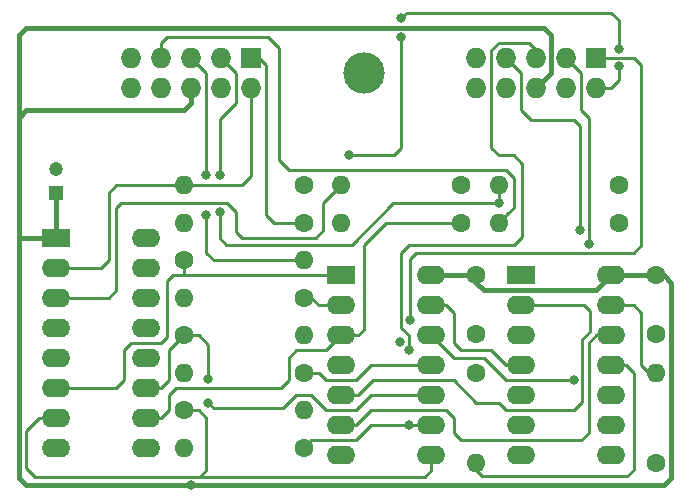
<source format=gtl>
%TF.GenerationSoftware,KiCad,Pcbnew,(5.1.8)-1*%
%TF.CreationDate,2021-02-01T15:37:02+01:00*%
%TF.ProjectId,Apple II Adapter,4170706c-6520-4494-9920-416461707465,rev?*%
%TF.SameCoordinates,Original*%
%TF.FileFunction,Copper,L1,Top*%
%TF.FilePolarity,Positive*%
%FSLAX46Y46*%
G04 Gerber Fmt 4.6, Leading zero omitted, Abs format (unit mm)*
G04 Created by KiCad (PCBNEW (5.1.8)-1) date 2021-02-01 15:37:02*
%MOMM*%
%LPD*%
G01*
G04 APERTURE LIST*
%TA.AperFunction,ComponentPad*%
%ADD10O,2.400000X1.600000*%
%TD*%
%TA.AperFunction,ComponentPad*%
%ADD11R,2.400000X1.600000*%
%TD*%
%TA.AperFunction,ComponentPad*%
%ADD12O,1.600000X1.600000*%
%TD*%
%TA.AperFunction,ComponentPad*%
%ADD13C,1.600000*%
%TD*%
%TA.AperFunction,ComponentPad*%
%ADD14R,1.200000X1.200000*%
%TD*%
%TA.AperFunction,ComponentPad*%
%ADD15C,1.200000*%
%TD*%
%TA.AperFunction,ComponentPad*%
%ADD16O,1.727200X1.727200*%
%TD*%
%TA.AperFunction,ComponentPad*%
%ADD17R,1.727200X1.727200*%
%TD*%
%TA.AperFunction,ComponentPad*%
%ADD18C,3.500000*%
%TD*%
%TA.AperFunction,ViaPad*%
%ADD19C,0.800000*%
%TD*%
%TA.AperFunction,Conductor*%
%ADD20C,0.381000*%
%TD*%
%TA.AperFunction,Conductor*%
%ADD21C,0.250000*%
%TD*%
G04 APERTURE END LIST*
D10*
%TO.P,A1,16*%
%TO.N,N/C*%
X174625000Y-117475000D03*
%TO.P,A1,8*%
%TO.N,GND*%
X167005000Y-135255000D03*
%TO.P,A1,15*%
%TO.N,N/C*%
X174625000Y-120015000D03*
%TO.P,A1,7*%
%TO.N,/GC2*%
X167005000Y-132715000D03*
%TO.P,A1,14*%
%TO.N,N/C*%
X174625000Y-122555000D03*
%TO.P,A1,6*%
%TO.N,/GC0*%
X167005000Y-130175000D03*
%TO.P,A1,13*%
%TO.N,N/C*%
X174625000Y-125095000D03*
%TO.P,A1,5*%
X167005000Y-127635000D03*
%TO.P,A1,12*%
X174625000Y-127635000D03*
%TO.P,A1,4*%
X167005000Y-125095000D03*
%TO.P,A1,11*%
%TO.N,/GC3*%
X174625000Y-130175000D03*
%TO.P,A1,3*%
%TO.N,/P2_FIRE*%
X167005000Y-122555000D03*
%TO.P,A1,10*%
%TO.N,/GC1*%
X174625000Y-132715000D03*
%TO.P,A1,2*%
%TO.N,/P1_FIRE*%
X167005000Y-120015000D03*
%TO.P,A1,9*%
%TO.N,N/C*%
X174625000Y-135255000D03*
D11*
%TO.P,A1,1*%
%TO.N,VCC*%
X167005000Y-117475000D03*
%TD*%
D12*
%TO.P,R3,2*%
%TO.N,/P1_DOWN*%
X204470000Y-113030000D03*
D13*
%TO.P,R3,1*%
%TO.N,GND*%
X214630000Y-113030000D03*
%TD*%
%TO.P,C2,2*%
%TO.N,GND*%
X202565000Y-125650000D03*
%TO.P,C2,1*%
%TO.N,VCC*%
X202565000Y-120650000D03*
%TD*%
%TO.P,R14,1*%
%TO.N,/GC2*%
X177800000Y-132080000D03*
D12*
%TO.P,R14,2*%
%TO.N,/P2_UP*%
X187960000Y-132080000D03*
%TD*%
D11*
%TO.P,U1,1*%
%TO.N,/P1_DOWN*%
X206375000Y-120650000D03*
D10*
%TO.P,U1,8*%
%TO.N,N/C*%
X213995000Y-135890000D03*
%TO.P,U1,2*%
%TO.N,Net-(U1-Pad2)*%
X206375000Y-123190000D03*
%TO.P,U1,9*%
%TO.N,GND*%
X213995000Y-133350000D03*
%TO.P,U1,3*%
%TO.N,/P1_RIGHT*%
X206375000Y-125730000D03*
%TO.P,U1,10*%
%TO.N,Net-(U1-Pad10)*%
X213995000Y-130810000D03*
%TO.P,U1,4*%
%TO.N,Net-(U1-Pad4)*%
X206375000Y-128270000D03*
%TO.P,U1,11*%
%TO.N,/P2_RIGHT*%
X213995000Y-128270000D03*
%TO.P,U1,5*%
%TO.N,GND*%
X206375000Y-130810000D03*
%TO.P,U1,12*%
%TO.N,Net-(U1-Pad12)*%
X213995000Y-125730000D03*
%TO.P,U1,6*%
%TO.N,N/C*%
X206375000Y-133350000D03*
%TO.P,U1,13*%
%TO.N,/P2_DOWN*%
X213995000Y-123190000D03*
%TO.P,U1,7*%
%TO.N,GND*%
X206375000Y-135890000D03*
%TO.P,U1,14*%
%TO.N,VCC*%
X213995000Y-120650000D03*
%TD*%
D13*
%TO.P,C1,1*%
%TO.N,VCC*%
X217805000Y-120650000D03*
%TO.P,C1,2*%
%TO.N,GND*%
X217805000Y-125650000D03*
%TD*%
D14*
%TO.P,C3,1*%
%TO.N,VCC*%
X167005000Y-113665000D03*
D15*
%TO.P,C3,2*%
%TO.N,GND*%
X167005000Y-111665000D03*
%TD*%
D16*
%TO.P,J1,10*%
%TO.N,N/C*%
X173355000Y-104775000D03*
%TO.P,J1,9*%
X175895000Y-104775000D03*
%TO.P,J1,8*%
%TO.N,VCC*%
X178435000Y-104775000D03*
%TO.P,J1,7*%
%TO.N,N/C*%
X180975000Y-104775000D03*
%TO.P,J1,6*%
%TO.N,/P1_FIRE*%
X183515000Y-104775000D03*
%TO.P,J1,5*%
%TO.N,N/C*%
X173355000Y-102235000D03*
%TO.P,J1,4*%
%TO.N,/P1_RIGHT*%
X175895000Y-102235000D03*
%TO.P,J1,3*%
%TO.N,/P1_LEFT*%
X178435000Y-102235000D03*
%TO.P,J1,2*%
%TO.N,/P1_DOWN*%
X180975000Y-102235000D03*
D17*
%TO.P,J1,1*%
%TO.N,/P1_UP*%
X183515000Y-102235000D03*
%TD*%
%TO.P,J2,1*%
%TO.N,/P2_UP*%
X212725000Y-102235000D03*
D16*
%TO.P,J2,2*%
%TO.N,/P2_DOWN*%
X210185000Y-102235000D03*
%TO.P,J2,3*%
%TO.N,/P2_LEFT*%
X207645000Y-102235000D03*
%TO.P,J2,4*%
%TO.N,/P2_RIGHT*%
X205105000Y-102235000D03*
%TO.P,J2,5*%
%TO.N,N/C*%
X202565000Y-102235000D03*
%TO.P,J2,6*%
%TO.N,/P2_FIRE*%
X212725000Y-104775000D03*
%TO.P,J2,7*%
%TO.N,N/C*%
X210185000Y-104775000D03*
%TO.P,J2,8*%
%TO.N,VCC*%
X207645000Y-104775000D03*
%TO.P,J2,9*%
%TO.N,N/C*%
X205105000Y-104775000D03*
%TO.P,J2,10*%
X202565000Y-104775000D03*
%TD*%
D13*
%TO.P,R1,1*%
%TO.N,GND*%
X187960000Y-113030000D03*
D12*
%TO.P,R1,2*%
%TO.N,/P1_FIRE*%
X177800000Y-113030000D03*
%TD*%
%TO.P,R2,2*%
%TO.N,/P2_FIRE*%
X191135000Y-113030000D03*
D13*
%TO.P,R2,1*%
%TO.N,GND*%
X201295000Y-113030000D03*
%TD*%
%TO.P,R4,1*%
%TO.N,GND*%
X214630000Y-116205000D03*
D12*
%TO.P,R4,2*%
%TO.N,/P1_RIGHT*%
X204470000Y-116205000D03*
%TD*%
%TO.P,R7,2*%
%TO.N,VCC*%
X177800000Y-116205000D03*
D13*
%TO.P,R7,1*%
%TO.N,/P1_UP*%
X187960000Y-116205000D03*
%TD*%
%TO.P,R8,1*%
%TO.N,/P1_LEFT*%
X187960000Y-122555000D03*
D12*
%TO.P,R8,2*%
%TO.N,VCC*%
X177800000Y-122555000D03*
%TD*%
D13*
%TO.P,R9,1*%
%TO.N,/P2_LEFT*%
X187960000Y-128905000D03*
D12*
%TO.P,R9,2*%
%TO.N,VCC*%
X177800000Y-128905000D03*
%TD*%
%TO.P,R10,2*%
%TO.N,VCC*%
X177800000Y-135255000D03*
D13*
%TO.P,R10,1*%
%TO.N,/P2_UP*%
X187960000Y-135255000D03*
%TD*%
%TO.P,R11,1*%
%TO.N,/GC0*%
X177800000Y-119380000D03*
D12*
%TO.P,R11,2*%
%TO.N,/P1_LEFT*%
X187960000Y-119380000D03*
%TD*%
%TO.P,R12,2*%
%TO.N,/P1_UP*%
X191135000Y-116205000D03*
D13*
%TO.P,R12,1*%
%TO.N,/GC1*%
X201295000Y-116205000D03*
%TD*%
%TO.P,R13,1*%
%TO.N,/GC3*%
X177800000Y-125730000D03*
D12*
%TO.P,R13,2*%
%TO.N,/P2_LEFT*%
X187960000Y-125730000D03*
%TD*%
D10*
%TO.P,U2,14*%
%TO.N,VCC*%
X198755000Y-120650000D03*
%TO.P,U2,7*%
%TO.N,GND*%
X191135000Y-135890000D03*
%TO.P,U2,13*%
%TO.N,Net-(U1-Pad4)*%
X198755000Y-123190000D03*
%TO.P,U2,6*%
%TO.N,Net-(U1-Pad12)*%
X191135000Y-133350000D03*
%TO.P,U2,12*%
%TO.N,Net-(U1-Pad10)*%
X198755000Y-125730000D03*
%TO.P,U2,5*%
%TO.N,Net-(U1-Pad2)*%
X191135000Y-130810000D03*
%TO.P,U2,11*%
%TO.N,/P2_LEFT*%
X198755000Y-128270000D03*
%TO.P,U2,4*%
%TO.N,/P1_UP*%
X191135000Y-128270000D03*
%TO.P,U2,10*%
%TO.N,/GC3*%
X198755000Y-130810000D03*
%TO.P,U2,3*%
%TO.N,/GC1*%
X191135000Y-125730000D03*
%TO.P,U2,9*%
%TO.N,/P2_UP*%
X198755000Y-133350000D03*
%TO.P,U2,2*%
%TO.N,/P1_LEFT*%
X191135000Y-123190000D03*
%TO.P,U2,8*%
%TO.N,/GC2*%
X198755000Y-135890000D03*
D11*
%TO.P,U2,1*%
%TO.N,/GC0*%
X191135000Y-120650000D03*
%TD*%
D18*
%TO.P,M1,1*%
%TO.N,N/C*%
X193040000Y-103505000D03*
%TD*%
D12*
%TO.P,R5,2*%
%TO.N,/P2_DOWN*%
X217805000Y-128905000D03*
D13*
%TO.P,R5,1*%
%TO.N,GND*%
X217805000Y-136525000D03*
%TD*%
%TO.P,R6,1*%
%TO.N,GND*%
X202565000Y-128905000D03*
D12*
%TO.P,R6,2*%
%TO.N,/P2_RIGHT*%
X202565000Y-136525000D03*
%TD*%
D19*
%TO.N,VCC*%
X178435000Y-138430000D03*
%TO.N,/P2_FIRE*%
X191770000Y-110490000D03*
X196215000Y-100485500D03*
X196215000Y-98904500D03*
X214630000Y-101510000D03*
X214630000Y-102960000D03*
%TO.N,/GC3*%
X179860500Y-129429070D03*
X179860500Y-131445000D03*
%TO.N,/P1_DOWN*%
X180848010Y-115315990D03*
X204470000Y-114554000D03*
X180848010Y-112141010D03*
%TO.N,/P1_LEFT*%
X179705000Y-115570000D03*
X179705000Y-112141018D03*
%TO.N,/P2_UP*%
X196125000Y-126292892D03*
X196849986Y-133350000D03*
X196940000Y-124460000D03*
%TO.N,/P2_DOWN*%
X212090000Y-118020000D03*
%TO.N,/P2_LEFT*%
X196850000Y-127000000D03*
%TO.N,/P2_RIGHT*%
X211365000Y-116840000D03*
%TO.N,Net-(U1-Pad10)*%
X210820000Y-129540000D03*
%TD*%
D20*
%TO.N,VCC*%
X163830000Y-117475000D02*
X167005000Y-117475000D01*
X213995000Y-120650000D02*
X217805000Y-120650000D01*
X218440000Y-138430000D02*
X178435000Y-138430000D01*
X163830000Y-117475000D02*
X163830000Y-137795000D01*
X163830000Y-137795000D02*
X164465000Y-138430000D01*
X164465000Y-138430000D02*
X178435000Y-138430000D01*
X219075000Y-137795000D02*
X218440000Y-138430000D01*
X198755000Y-120650000D02*
X202565000Y-120650000D01*
X218440000Y-120650000D02*
X219075000Y-121285000D01*
X217805000Y-120650000D02*
X218440000Y-120650000D01*
X219075000Y-121285000D02*
X219075000Y-137795000D01*
X202565000Y-120650000D02*
X202565000Y-121285000D01*
X202565000Y-121285000D02*
X203200000Y-121920000D01*
X212725000Y-121920000D02*
X213995000Y-120650000D01*
X203200000Y-121920000D02*
X212725000Y-121920000D01*
X167005000Y-117475000D02*
X167005000Y-113665000D01*
X181610000Y-99695000D02*
X164465000Y-99695000D01*
X164465000Y-99695000D02*
X163830000Y-100330000D01*
X207645000Y-104775000D02*
X208915000Y-103505000D01*
X208915000Y-103505000D02*
X208915000Y-100330000D01*
X208915000Y-100330000D02*
X208280000Y-99695000D01*
X181610000Y-99695000D02*
X208280000Y-99695000D01*
X164465000Y-106680000D02*
X163830000Y-107315000D01*
X177800000Y-106680000D02*
X164465000Y-106680000D01*
X163830000Y-107315000D02*
X163830000Y-100330000D01*
X163830000Y-117475000D02*
X163830000Y-107315000D01*
X178435000Y-106045000D02*
X177800000Y-106680000D01*
X178435000Y-104775000D02*
X178435000Y-106045000D01*
D21*
%TO.N,/P2_FIRE*%
X191135000Y-112395000D02*
X191135000Y-113030000D01*
X191770000Y-110490000D02*
X195580000Y-110490000D01*
X196215000Y-109855000D02*
X196215000Y-100485500D01*
X195580000Y-110490000D02*
X196215000Y-109855000D01*
X196215000Y-98904500D02*
X196694500Y-98425000D01*
X196694500Y-98425000D02*
X213995000Y-98425000D01*
X214630000Y-99060000D02*
X214630000Y-101510000D01*
X213995000Y-98425000D02*
X214630000Y-99060000D01*
X214630000Y-102960000D02*
X214630000Y-104140000D01*
X213995000Y-104775000D02*
X212725000Y-104775000D01*
X214630000Y-104140000D02*
X213995000Y-104775000D01*
X171450000Y-122555000D02*
X167005000Y-122555000D01*
X172085000Y-114935000D02*
X172085000Y-121920000D01*
X181483000Y-114554000D02*
X172466000Y-114554000D01*
X182245000Y-116967000D02*
X182245000Y-115316000D01*
X172085000Y-121920000D02*
X171450000Y-122555000D01*
X182753000Y-117475000D02*
X182245000Y-116967000D01*
X172466000Y-114554000D02*
X172085000Y-114935000D01*
X188976000Y-117475000D02*
X182753000Y-117475000D01*
X182245000Y-115316000D02*
X181483000Y-114554000D01*
X189611000Y-116840000D02*
X188976000Y-117475000D01*
X189611000Y-114554000D02*
X189611000Y-116840000D01*
X191135000Y-113030000D02*
X189611000Y-114554000D01*
%TO.N,/GC1*%
X187325000Y-127000000D02*
X189865000Y-127000000D01*
X186690000Y-127635000D02*
X187325000Y-127000000D01*
X189865000Y-127000000D02*
X191135000Y-125730000D01*
X186690000Y-129540000D02*
X186690000Y-127635000D01*
X177165000Y-130175000D02*
X186055000Y-130175000D01*
X176530000Y-130810000D02*
X177165000Y-130175000D01*
X186055000Y-130175000D02*
X186690000Y-129540000D01*
X176530000Y-132080000D02*
X176530000Y-130810000D01*
X175895000Y-132715000D02*
X176530000Y-132080000D01*
X174625000Y-132715000D02*
X175895000Y-132715000D01*
X193040000Y-125275000D02*
X192585000Y-125730000D01*
X192585000Y-125730000D02*
X191135000Y-125730000D01*
X193040000Y-118110705D02*
X193040000Y-125275000D01*
X194945705Y-116205000D02*
X193040000Y-118110705D01*
X201295000Y-116205000D02*
X194945705Y-116205000D01*
%TO.N,/P1_FIRE*%
X177800000Y-113030000D02*
X182753000Y-113030000D01*
X183515000Y-112268000D02*
X183515000Y-104775000D01*
X182753000Y-113030000D02*
X183515000Y-112268000D01*
X170815000Y-120015000D02*
X167005000Y-120015000D01*
X171450000Y-119380000D02*
X170815000Y-120015000D01*
X171450000Y-113665000D02*
X171450000Y-119380000D01*
X172085000Y-113030000D02*
X171450000Y-113665000D01*
X177800000Y-113030000D02*
X172085000Y-113030000D01*
%TO.N,/GC3*%
X175895000Y-130175000D02*
X174625000Y-130175000D01*
X176530000Y-129540000D02*
X175895000Y-130175000D01*
X176530000Y-127000000D02*
X176530000Y-129540000D01*
X177800000Y-125730000D02*
X176530000Y-127000000D01*
X179860500Y-126520500D02*
X179860500Y-129429070D01*
X179070000Y-125730000D02*
X179860500Y-126520500D01*
X177800000Y-125730000D02*
X179070000Y-125730000D01*
X193675000Y-130810000D02*
X198755000Y-130810000D01*
X192405000Y-132080000D02*
X193675000Y-130810000D01*
X189865000Y-132080000D02*
X192405000Y-132080000D01*
X188595000Y-130810000D02*
X189865000Y-132080000D01*
X187325000Y-130810000D02*
X188595000Y-130810000D01*
X186210500Y-131924500D02*
X187325000Y-130810000D01*
X180340000Y-131924500D02*
X186210500Y-131924500D01*
X179860500Y-131445000D02*
X180340000Y-131924500D01*
%TO.N,/GC0*%
X191135000Y-120650000D02*
X179070000Y-120650000D01*
X172720000Y-129540000D02*
X172085000Y-130175000D01*
X172720000Y-127000000D02*
X172720000Y-129540000D01*
X172085000Y-130175000D02*
X167005000Y-130175000D01*
X175895000Y-126365000D02*
X173355000Y-126365000D01*
X173355000Y-126365000D02*
X172720000Y-127000000D01*
X176403000Y-125857000D02*
X175895000Y-126365000D01*
X176911000Y-120650000D02*
X176403000Y-121158000D01*
X176403000Y-121158000D02*
X176403000Y-125857000D01*
X177800000Y-120650000D02*
X176911000Y-120650000D01*
X179070000Y-120650000D02*
X177800000Y-120650000D01*
X177800000Y-119380000D02*
X177800000Y-120650000D01*
%TO.N,/GC2*%
X164465000Y-133805000D02*
X165555000Y-132715000D01*
X164465000Y-136979998D02*
X164465000Y-133805000D01*
X198755000Y-137160000D02*
X198210001Y-137704999D01*
X165555000Y-132715000D02*
X167005000Y-132715000D01*
X165190001Y-137704999D02*
X164465000Y-136979998D01*
X198755000Y-135890000D02*
X198755000Y-137160000D01*
X177800000Y-132080000D02*
X179070000Y-132080000D01*
X179070000Y-132080000D02*
X179705000Y-132715000D01*
X179705000Y-132715000D02*
X179705000Y-137160000D01*
X179160001Y-137704999D02*
X165190001Y-137704999D01*
X179705000Y-137160000D02*
X179160001Y-137704999D01*
X198210001Y-137704999D02*
X179160001Y-137704999D01*
%TO.N,/P1_DOWN*%
X204470000Y-113030000D02*
X204470000Y-114554000D01*
X180848010Y-117475010D02*
X180848010Y-115315990D01*
X181425011Y-118052011D02*
X180848010Y-117475010D01*
X192043971Y-118052011D02*
X181425011Y-118052011D01*
X195541982Y-114554000D02*
X192043971Y-118052011D01*
X204470000Y-114554000D02*
X195541982Y-114554000D01*
X180975000Y-102235000D02*
X182245000Y-103505000D01*
X180848010Y-107441990D02*
X182245000Y-106045000D01*
X180848010Y-112141010D02*
X180848010Y-107441990D01*
X182245000Y-103505000D02*
X182245000Y-106045000D01*
%TO.N,/P1_LEFT*%
X187960000Y-122555000D02*
X188595000Y-122555000D01*
X188595000Y-122555000D02*
X189230000Y-123190000D01*
X189230000Y-123190000D02*
X191135000Y-123190000D01*
X179705000Y-115570000D02*
X179705000Y-118745000D01*
X180340000Y-119380000D02*
X183896000Y-119380000D01*
X179705000Y-118745000D02*
X180340000Y-119380000D01*
X187960000Y-119380000D02*
X183896000Y-119380000D01*
X178435000Y-102235000D02*
X179705000Y-103505000D01*
X179705000Y-103505000D02*
X179705000Y-112141018D01*
%TO.N,/P2_UP*%
X198755000Y-133350000D02*
X196849986Y-133350000D01*
X187960000Y-135255000D02*
X188595000Y-134620000D01*
X193675000Y-133350000D02*
X192405000Y-134620000D01*
X196849986Y-133350000D02*
X193675000Y-133350000D01*
X188595000Y-134620000D02*
X192405000Y-134620000D01*
X216535000Y-118110000D02*
X216535000Y-102870000D01*
X215900000Y-118745000D02*
X216535000Y-118110000D01*
X197485000Y-118745000D02*
X215900000Y-118745000D01*
X215900000Y-102235000D02*
X212725000Y-102235000D01*
X216535000Y-102870000D02*
X215900000Y-102235000D01*
X196940000Y-119290000D02*
X197485000Y-118745000D01*
X196940000Y-124460000D02*
X196940000Y-119290000D01*
%TO.N,/P2_DOWN*%
X217805000Y-128905000D02*
X217170000Y-128905000D01*
X217170000Y-128905000D02*
X216535000Y-128270000D01*
X216535000Y-128270000D02*
X216535000Y-123825000D01*
X215900000Y-123190000D02*
X213995000Y-123190000D01*
X216535000Y-123825000D02*
X215900000Y-123190000D01*
X212090000Y-107315000D02*
X211455000Y-106680000D01*
X212090000Y-118020000D02*
X212090000Y-107315000D01*
X210185000Y-102235000D02*
X211455000Y-103505000D01*
X211455000Y-103505000D02*
X211455000Y-106680000D01*
%TO.N,/P2_LEFT*%
X187960000Y-128905000D02*
X189230000Y-128905000D01*
X189230000Y-128905000D02*
X189865000Y-129540000D01*
X198755000Y-128270000D02*
X193675000Y-128270000D01*
X193675000Y-128270000D02*
X192405000Y-129540000D01*
X192405000Y-129540000D02*
X189865000Y-129540000D01*
X196850000Y-125730000D02*
X196850000Y-127000000D01*
X196215000Y-125095000D02*
X196850000Y-125730000D01*
X196215000Y-118745000D02*
X196215000Y-125095000D01*
X207645000Y-102235000D02*
X207645000Y-101600000D01*
X206465001Y-117384999D02*
X205740000Y-118110000D01*
X207645000Y-101600000D02*
X207010000Y-100965000D01*
X207010000Y-100965000D02*
X204470000Y-100965000D01*
X206456399Y-111206399D02*
X206456399Y-114197397D01*
X206456399Y-114197397D02*
X206465001Y-114205999D01*
X204470000Y-100965000D02*
X203835000Y-101600000D01*
X203835000Y-109855000D02*
X204470000Y-110490000D01*
X203835000Y-101600000D02*
X203835000Y-109855000D01*
X196850000Y-118110000D02*
X196215000Y-118745000D01*
X204470000Y-110490000D02*
X205740000Y-110490000D01*
X205740000Y-110490000D02*
X206456399Y-111206399D01*
X206465001Y-114205999D02*
X206465001Y-117384999D01*
X205740000Y-118110000D02*
X196850000Y-118110000D01*
%TO.N,/P2_RIGHT*%
X215265000Y-128270000D02*
X213995000Y-128270000D01*
X215900000Y-128905000D02*
X215265000Y-128270000D01*
X215328500Y-137668000D02*
X215900000Y-137096500D01*
X203073000Y-137668000D02*
X215328500Y-137668000D01*
X215900000Y-137096500D02*
X215900000Y-128905000D01*
X202565000Y-137160000D02*
X203073000Y-137668000D01*
X202565000Y-136525000D02*
X202565000Y-137160000D01*
X206375000Y-103505000D02*
X205105000Y-102235000D01*
X206375000Y-106680000D02*
X206375000Y-103505000D01*
X207190000Y-107495000D02*
X206375000Y-106680000D01*
X210820000Y-107495000D02*
X207190000Y-107495000D01*
X211365000Y-108040000D02*
X210820000Y-107495000D01*
X211365000Y-116840000D02*
X211365000Y-108040000D01*
%TO.N,Net-(U1-Pad2)*%
X211674002Y-123190000D02*
X206375000Y-123190000D01*
X212180002Y-125443002D02*
X212180002Y-123696000D01*
X211545001Y-131354999D02*
X211545001Y-126078003D01*
X212180002Y-123696000D02*
X211674002Y-123190000D01*
X211545001Y-126078003D02*
X212180002Y-125443002D01*
X210820000Y-132080000D02*
X211545001Y-131354999D01*
X204470000Y-131445000D02*
X205105000Y-132080000D01*
X205105000Y-132080000D02*
X210820000Y-132080000D01*
X202565000Y-131445000D02*
X204470000Y-131445000D01*
X200660000Y-129540000D02*
X202565000Y-131445000D01*
X193855000Y-129540000D02*
X200660000Y-129540000D01*
X192585000Y-130810000D02*
X193855000Y-129540000D01*
X191135000Y-130810000D02*
X192585000Y-130810000D01*
%TO.N,Net-(U1-Pad10)*%
X205105000Y-129540000D02*
X210820000Y-129540000D01*
X200660000Y-127635000D02*
X203200000Y-127635000D01*
X198755000Y-125730000D02*
X200660000Y-127635000D01*
X203200000Y-127635000D02*
X205105000Y-129540000D01*
%TO.N,Net-(U1-Pad4)*%
X200025000Y-123190000D02*
X198755000Y-123190000D01*
X200660000Y-123825000D02*
X200025000Y-123190000D01*
X201295000Y-127000000D02*
X200660000Y-126365000D01*
X203835000Y-127000000D02*
X201295000Y-127000000D01*
X205105000Y-128270000D02*
X203835000Y-127000000D01*
X200660000Y-126365000D02*
X200660000Y-123825000D01*
X206375000Y-128270000D02*
X205105000Y-128270000D01*
%TO.N,Net-(U1-Pad12)*%
X200025000Y-132080000D02*
X193675000Y-132080000D01*
X192405000Y-133350000D02*
X191135000Y-133350000D01*
X200660000Y-132715000D02*
X200025000Y-132080000D01*
X200660000Y-133985000D02*
X200660000Y-132715000D01*
X201295000Y-134620000D02*
X200660000Y-133985000D01*
X212090000Y-133985000D02*
X211455000Y-134620000D01*
X193675000Y-132080000D02*
X192405000Y-133350000D01*
X212090000Y-126365000D02*
X212090000Y-133985000D01*
X211455000Y-134620000D02*
X201295000Y-134620000D01*
X212725000Y-125730000D02*
X212090000Y-126365000D01*
X213995000Y-125730000D02*
X212725000Y-125730000D01*
%TO.N,/P1_RIGHT*%
X175895000Y-102235000D02*
X175895000Y-100965000D01*
X175895000Y-100965000D02*
X176374500Y-100485500D01*
X205740000Y-114935000D02*
X205269999Y-115405001D01*
X186690000Y-111760000D02*
X205105000Y-111760000D01*
X205740000Y-112395000D02*
X205740000Y-114935000D01*
X185830185Y-110900185D02*
X186690000Y-111760000D01*
X205269999Y-115405001D02*
X204470000Y-116205000D01*
X185830185Y-101375185D02*
X185830185Y-110900185D01*
X184940500Y-100485500D02*
X185830185Y-101375185D01*
X205105000Y-111760000D02*
X205740000Y-112395000D01*
X180819500Y-100485500D02*
X180975000Y-100485500D01*
X176374500Y-100485500D02*
X180819500Y-100485500D01*
X183515000Y-100485500D02*
X183670500Y-100485500D01*
X183670500Y-100485500D02*
X180819500Y-100485500D01*
X183670500Y-100485500D02*
X184940500Y-100485500D01*
%TO.N,/P1_UP*%
X183515000Y-102235000D02*
X184150000Y-102235000D01*
X184150000Y-102235000D02*
X184785000Y-102870000D01*
X184785000Y-102870000D02*
X184785000Y-115570000D01*
X185420000Y-116205000D02*
X187960000Y-116205000D01*
X184785000Y-115570000D02*
X185420000Y-116205000D01*
%TD*%
M02*

</source>
